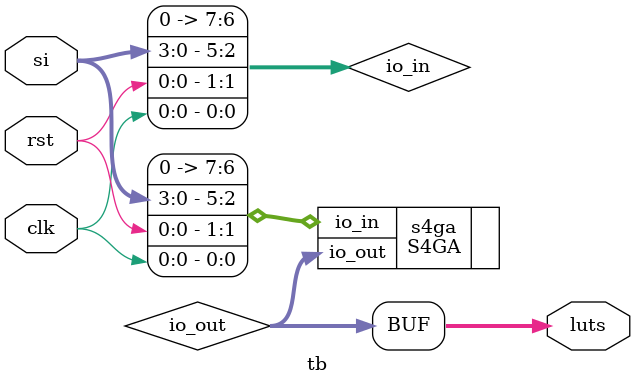
<source format=v>
`default_nettype none
`timescale 1ns/1ps

/*
this testbench just instantiates the module and makes some convenient wires
that can be driven / tested by the cocotb test.py
*/

module tb(
	input wire			clk,
	input wire			rst,
	input wire [3:0]	si,
	output wire [7:0]	luts
);
	initial begin
		$dumpfile ("tb.vcd");
		$dumpvars (0, tb);
		#1;
	end

	wire [7:0] io_in = {2'b0, si, rst, clk};
	wire [7:0] io_out;
	assign luts = io_out;

	S4GA #(.N(16), .K(4), .SI_W(4)) s4ga(.io_in, .io_out);
endmodule

</source>
